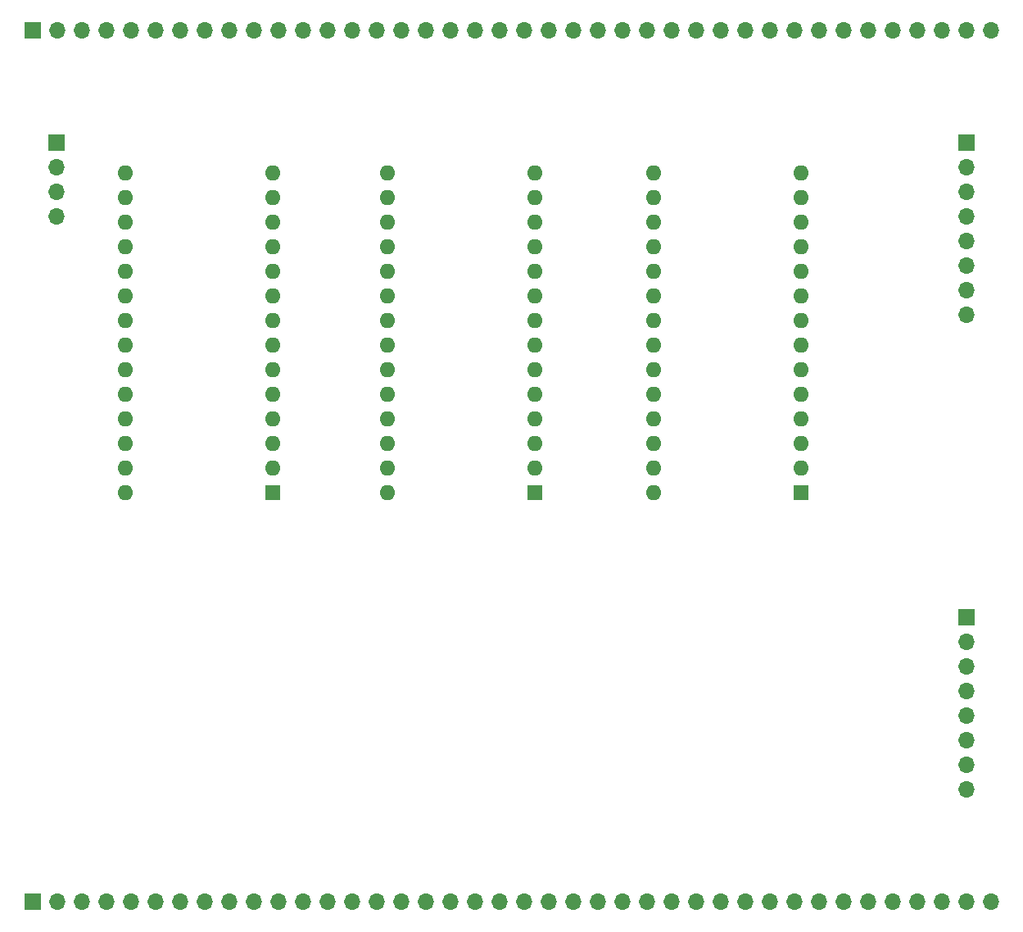
<source format=gbs>
G04 #@! TF.GenerationSoftware,KiCad,Pcbnew,(5.1.9)-1*
G04 #@! TF.CreationDate,2021-10-24T09:52:52-04:00*
G04 #@! TF.ProjectId,microcode,6d696372-6f63-46f6-9465-2e6b69636164,1.0*
G04 #@! TF.SameCoordinates,Original*
G04 #@! TF.FileFunction,Soldermask,Bot*
G04 #@! TF.FilePolarity,Negative*
%FSLAX46Y46*%
G04 Gerber Fmt 4.6, Leading zero omitted, Abs format (unit mm)*
G04 Created by KiCad (PCBNEW (5.1.9)-1) date 2021-10-24 09:52:52*
%MOMM*%
%LPD*%
G01*
G04 APERTURE LIST*
%ADD10O,1.700000X1.700000*%
%ADD11R,1.700000X1.700000*%
%ADD12O,1.600000X1.600000*%
%ADD13R,1.600000X1.600000*%
G04 APERTURE END LIST*
D10*
X88900000Y-65220000D03*
X88900000Y-62680000D03*
X88900000Y-60140000D03*
D11*
X88900000Y-57600000D03*
D10*
X182900000Y-124380000D03*
X182900000Y-121840000D03*
X182900000Y-119300000D03*
X182900000Y-116760000D03*
X182900000Y-114220000D03*
X182900000Y-111680000D03*
X182900000Y-109140000D03*
D11*
X182900000Y-106600000D03*
D10*
X182900000Y-75380000D03*
X182900000Y-72840000D03*
X182900000Y-70300000D03*
X182900000Y-67760000D03*
X182900000Y-65220000D03*
X182900000Y-62680000D03*
X182900000Y-60140000D03*
D11*
X182900000Y-57600000D03*
D12*
X150560000Y-93800000D03*
X165800000Y-60780000D03*
X150560000Y-91260000D03*
X165800000Y-63320000D03*
X150560000Y-88720000D03*
X165800000Y-65860000D03*
X150560000Y-86180000D03*
X165800000Y-68400000D03*
X150560000Y-83640000D03*
X165800000Y-70940000D03*
X150560000Y-81100000D03*
X165800000Y-73480000D03*
X150560000Y-78560000D03*
X165800000Y-76020000D03*
X150560000Y-76020000D03*
X165800000Y-78560000D03*
X150560000Y-73480000D03*
X165800000Y-81100000D03*
X150560000Y-70940000D03*
X165800000Y-83640000D03*
X150560000Y-68400000D03*
X165800000Y-86180000D03*
X150560000Y-65860000D03*
X165800000Y-88720000D03*
X150560000Y-63320000D03*
X165800000Y-91260000D03*
X150560000Y-60780000D03*
D13*
X165800000Y-93800000D03*
D12*
X123060000Y-93800000D03*
X138300000Y-60780000D03*
X123060000Y-91260000D03*
X138300000Y-63320000D03*
X123060000Y-88720000D03*
X138300000Y-65860000D03*
X123060000Y-86180000D03*
X138300000Y-68400000D03*
X123060000Y-83640000D03*
X138300000Y-70940000D03*
X123060000Y-81100000D03*
X138300000Y-73480000D03*
X123060000Y-78560000D03*
X138300000Y-76020000D03*
X123060000Y-76020000D03*
X138300000Y-78560000D03*
X123060000Y-73480000D03*
X138300000Y-81100000D03*
X123060000Y-70940000D03*
X138300000Y-83640000D03*
X123060000Y-68400000D03*
X138300000Y-86180000D03*
X123060000Y-65860000D03*
X138300000Y-88720000D03*
X123060000Y-63320000D03*
X138300000Y-91260000D03*
X123060000Y-60780000D03*
D13*
X138300000Y-93800000D03*
D12*
X95960000Y-93800000D03*
X111200000Y-60780000D03*
X95960000Y-91260000D03*
X111200000Y-63320000D03*
X95960000Y-88720000D03*
X111200000Y-65860000D03*
X95960000Y-86180000D03*
X111200000Y-68400000D03*
X95960000Y-83640000D03*
X111200000Y-70940000D03*
X95960000Y-81100000D03*
X111200000Y-73480000D03*
X95960000Y-78560000D03*
X111200000Y-76020000D03*
X95960000Y-76020000D03*
X111200000Y-78560000D03*
X95960000Y-73480000D03*
X111200000Y-81100000D03*
X95960000Y-70940000D03*
X111200000Y-83640000D03*
X95960000Y-68400000D03*
X111200000Y-86180000D03*
X95960000Y-65860000D03*
X111200000Y-88720000D03*
X95960000Y-63320000D03*
X111200000Y-91260000D03*
X95960000Y-60780000D03*
D13*
X111200000Y-93800000D03*
D10*
X185460000Y-136000000D03*
X182920000Y-136000000D03*
X180380000Y-136000000D03*
X177840000Y-136000000D03*
X175300000Y-136000000D03*
X172760000Y-136000000D03*
X170220000Y-136000000D03*
X167680000Y-136000000D03*
X165140000Y-136000000D03*
X162600000Y-136000000D03*
X160060000Y-136000000D03*
X157520000Y-136000000D03*
X154980000Y-136000000D03*
X152440000Y-136000000D03*
X149900000Y-136000000D03*
X147360000Y-136000000D03*
X144820000Y-136000000D03*
X142280000Y-136000000D03*
X139740000Y-136000000D03*
X137200000Y-136000000D03*
X134660000Y-136000000D03*
X132120000Y-136000000D03*
X129580000Y-136000000D03*
X127040000Y-136000000D03*
X124500000Y-136000000D03*
X121960000Y-136000000D03*
X119420000Y-136000000D03*
X116880000Y-136000000D03*
X114340000Y-136000000D03*
X111800000Y-136000000D03*
X109260000Y-136000000D03*
X106720000Y-136000000D03*
X104180000Y-136000000D03*
X101640000Y-136000000D03*
X99100000Y-136000000D03*
X96560000Y-136000000D03*
X94020000Y-136000000D03*
X91480000Y-136000000D03*
X88940000Y-136000000D03*
D11*
X86400000Y-136000000D03*
D10*
X185460000Y-46000000D03*
X182920000Y-46000000D03*
X180380000Y-46000000D03*
X177840000Y-46000000D03*
X175300000Y-46000000D03*
X172760000Y-46000000D03*
X170220000Y-46000000D03*
X167680000Y-46000000D03*
X165140000Y-46000000D03*
X162600000Y-46000000D03*
X160060000Y-46000000D03*
X157520000Y-46000000D03*
X154980000Y-46000000D03*
X152440000Y-46000000D03*
X149900000Y-46000000D03*
X147360000Y-46000000D03*
X144820000Y-46000000D03*
X142280000Y-46000000D03*
X139740000Y-46000000D03*
X137200000Y-46000000D03*
X134660000Y-46000000D03*
X132120000Y-46000000D03*
X129580000Y-46000000D03*
X127040000Y-46000000D03*
X124500000Y-46000000D03*
X121960000Y-46000000D03*
X119420000Y-46000000D03*
X116880000Y-46000000D03*
X114340000Y-46000000D03*
X111800000Y-46000000D03*
X109260000Y-46000000D03*
X106720000Y-46000000D03*
X104180000Y-46000000D03*
X101640000Y-46000000D03*
X99100000Y-46000000D03*
X96560000Y-46000000D03*
X94020000Y-46000000D03*
X91480000Y-46000000D03*
X88940000Y-46000000D03*
D11*
X86400000Y-46000000D03*
M02*

</source>
